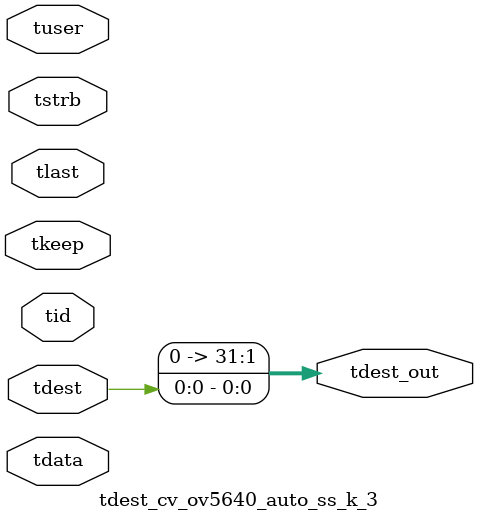
<source format=v>


`timescale 1ps/1ps

module tdest_cv_ov5640_auto_ss_k_3 #
(
parameter C_S_AXIS_TDATA_WIDTH = 32,
parameter C_S_AXIS_TUSER_WIDTH = 0,
parameter C_S_AXIS_TID_WIDTH   = 0,
parameter C_S_AXIS_TDEST_WIDTH = 0,
parameter C_M_AXIS_TDEST_WIDTH = 32
)
(
input  [(C_S_AXIS_TDATA_WIDTH == 0 ? 1 : C_S_AXIS_TDATA_WIDTH)-1:0     ] tdata,
input  [(C_S_AXIS_TUSER_WIDTH == 0 ? 1 : C_S_AXIS_TUSER_WIDTH)-1:0     ] tuser,
input  [(C_S_AXIS_TID_WIDTH   == 0 ? 1 : C_S_AXIS_TID_WIDTH)-1:0       ] tid,
input  [(C_S_AXIS_TDEST_WIDTH == 0 ? 1 : C_S_AXIS_TDEST_WIDTH)-1:0     ] tdest,
input  [(C_S_AXIS_TDATA_WIDTH/8)-1:0 ] tkeep,
input  [(C_S_AXIS_TDATA_WIDTH/8)-1:0 ] tstrb,
input                                                                    tlast,
output [C_M_AXIS_TDEST_WIDTH-1:0] tdest_out
);

assign tdest_out = {tdest[0:0]};

endmodule


</source>
